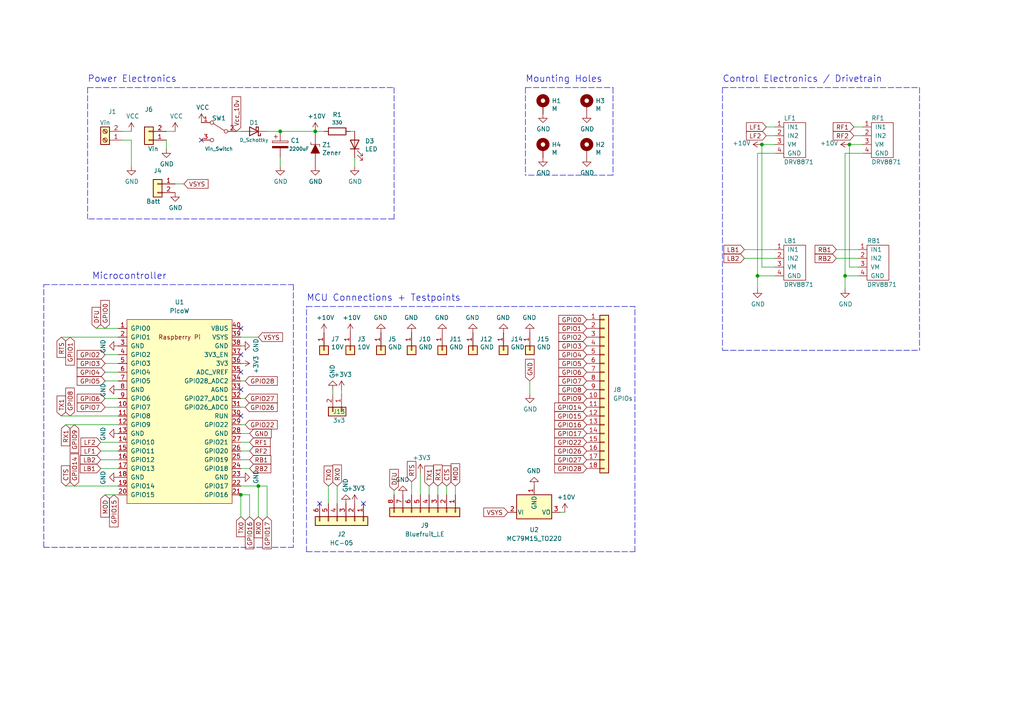
<source format=kicad_sch>
(kicad_sch (version 20211123) (generator eeschema)
  (paper "A4")
  (title_block (title "SDP23_Team5_Coaster") (date "2022-11-22") (rev "v1.0") (company "Qat") (comment 1 "Omar Areiqat") (comment 2 "Referenced from M5 Terrain Buggy"))
  (lib_symbols
    (symbol "Buggy_Components:Adafruit_DRV8871_Breakout" (pin_names (offset 1.016))
      (property "Reference" "A" (at -3.81 6.35 0))
      (property "Value" "Adafruit_DRV8871_Breakout" (at 0 -6.35 0))
      (symbol "Adafruit_DRV8871_Breakout_0_1"
        (rectangle (start -3.81 5.08) (end 2.54 -5.08))
      )
      (symbol "Adafruit_DRV8871_Breakout_1_1"
        (pin input line (at -6.35 3.81 0) (length 2.54) (name "IN1") (number "1"))
        (pin input line (at -6.35 1.27 0) (length 2.54) (name "IN2") (number "2"))
        (pin power_in line (at -6.35 -1.27 0) (length 2.54) (name "VM") (number "3"))
        (pin power_in line (at -6.35 -3.81 0) (length 2.54) (name "GND") (number "4"))
      )
    )
    (symbol "Connector:Screw_Terminal_01x02" (pin_names (offset 1.016) hide)
      (property "Reference" "J" (at 0 2.54 0))
      (property "Value" "Screw_Terminal_01x02" (at 0 -5.08 0))
      (symbol "Screw_Terminal_01x02_1_1"
        (rectangle (start -1.27 1.27) (end 1.27 -3.81) (stroke (width 0.254)) (fill (type background)))
        (circle (center 0 -2.54) (radius 0.635) (stroke (width 0.1524)))
        (polyline (pts (xy -0.5334 -2.2098) (xy 0.3302 -3.048)) (stroke (width 0.1524)))
        (polyline (pts (xy -0.5334 0.3302) (xy 0.3302 -0.508)) (stroke (width 0.1524)))
        (polyline (pts (xy -0.3556 -2.032) (xy 0.508 -2.8702)) (stroke (width 0.1524)))
        (polyline (pts (xy -0.3556 0.508) (xy 0.508 -0.3302)) (stroke (width 0.1524)))
        (circle (center 0 0) (radius 0.635) (stroke (width 0.1524)))
        (pin passive line (at -5.08 0 0) (length 3.81) (name "Pin_1") (number "1"))
        (pin passive line (at -5.08 -2.54 0) (length 3.81) (name "Pin_2") (number "2"))
      )
    )
    (symbol "Connector_Generic:Conn_01x01" (pin_names (offset 1.016) hide)
      (property "Reference" "J" (at 0 2.54 0))
      (property "Value" "Conn_01x01" (at 0 -2.54 0))
      (symbol "Conn_01x01_1_1"
        (rectangle (start -1.27 0.127) (end 0 -0.127) (stroke (width 0.1524)))
        (rectangle (start -1.27 1.27) (end 1.27 -1.27) (stroke (width 0.254)) (fill (type background)))
        (pin passive line (at -5.08 0 0) (length 3.81) (name "Pin_1") (number "1"))
      )
    )
    (symbol "Connector_Generic:Conn_01x02" (pin_names (offset 1.016) hide)
      (property "Reference" "J" (at 0 2.54 0))
      (property "Value" "Conn_01x02" (at 0 -5.08 0))
      (symbol "Conn_01x02_1_1"
        (rectangle (start -1.27 -2.413) (end 0 -2.667) (stroke (width 0.1524)))
        (rectangle (start -1.27 0.127) (end 0 -0.127) (stroke (width 0.1524)))
        (rectangle (start -1.27 1.27) (end 1.27 -3.81) (stroke (width 0.254)) (fill (type background)))
        (pin passive line (at -5.08 0 0) (length 3.81) (name "Pin_1") (number "1"))
        (pin passive line (at -5.08 -2.54 0) (length 3.81) (name "Pin_2") (number "2"))
      )
    )
    (symbol "Connector_Generic:Conn_01x06" (pin_names (offset 1.016) hide)
      (property "Reference" "J" (at 0 7.62 0))
      (property "Value" "Conn_01x06" (at 0 -10.16 0))
      (symbol "Conn_01x06_1_1"
        (rectangle (start -1.27 -7.493) (end 0 -7.747) (stroke (width 0.1524)))
        (rectangle (start -1.27 -4.953) (end 0 -5.207) (stroke (width 0.1524)))
        (rectangle (start -1.27 -2.413) (end 0 -2.667) (stroke (width 0.1524)))
        (rectangle (start -1.27 0.127) (end 0 -0.127) (stroke (width 0.1524)))
        (rectangle (start -1.27 2.667) (end 0 2.413) (stroke (width 0.1524)))
        (rectangle (start -1.27 5.207) (end 0 4.953) (stroke (width 0.1524)))
        (rectangle (start -1.27 6.35) (end 1.27 -8.89) (stroke (width 0.254)) (fill (type background)))
        (pin passive line (at -5.08 5.08 0) (length 3.81) (name "Pin_1") (number "1"))
        (pin passive line (at -5.08 2.54 0) (length 3.81) (name "Pin_2") (number "2"))
        (pin passive line (at -5.08 0 0) (length 3.81) (name "Pin_3") (number "3"))
        (pin passive line (at -5.08 -2.54 0) (length 3.81) (name "Pin_4") (number "4"))
        (pin passive line (at -5.08 -5.08 0) (length 3.81) (name "Pin_5") (number "5"))
        (pin passive line (at -5.08 -7.62 0) (length 3.81) (name "Pin_6") (number "6"))
      )
    )
    (symbol "Connector_Generic:Conn_01x08" (pin_names (offset 1.016) hide)
      (property "Reference" "J" (at 0 10.16 0))
      (property "Value" "Conn_01x08" (at 0 -12.7 0))
      (symbol "Conn_01x08_1_1"
        (rectangle (start -1.27 -10.033) (end 0 -10.287) (stroke (width 0.1524)))
        (rectangle (start -1.27 -7.493) (end 0 -7.747) (stroke (width 0.1524)))
        (rectangle (start -1.27 -4.953) (end 0 -5.207) (stroke (width 0.1524)))
        (rectangle (start -1.27 -2.413) (end 0 -2.667) (stroke (width 0.1524)))
        (rectangle (start -1.27 0.127) (end 0 -0.127) (stroke (width 0.1524)))
        (rectangle (start -1.27 2.667) (end 0 2.413) (stroke (width 0.1524)))
        (rectangle (start -1.27 5.207) (end 0 4.953) (stroke (width 0.1524)))
        (rectangle (start -1.27 7.747) (end 0 7.493) (stroke (width 0.1524)))
        (rectangle (start -1.27 8.89) (end 1.27 -11.43) (stroke (width 0.254)) (fill (type background)))
        (pin passive line (at -5.08 7.62 0) (length 3.81) (name "Pin_1") (number "1"))
        (pin passive line (at -5.08 5.08 0) (length 3.81) (name "Pin_2") (number "2"))
        (pin passive line (at -5.08 2.54 0) (length 3.81) (name "Pin_3") (number "3"))
        (pin passive line (at -5.08 0 0) (length 3.81) (name "Pin_4") (number "4"))
        (pin passive line (at -5.08 -2.54 0) (length 3.81) (name "Pin_5") (number "5"))
        (pin passive line (at -5.08 -5.08 0) (length 3.81) (name "Pin_6") (number "6"))
        (pin passive line (at -5.08 -7.62 0) (length 3.81) (name "Pin_7") (number "7"))
        (pin passive line (at -5.08 -10.16 0) (length 3.81) (name "Pin_8") (number "8"))
      )
    )
    (symbol "Connector_Generic:Conn_01x18" (pin_names (offset 1.016) hide)
      (property "Reference" "J" (at 0 22.86 0))
      (property "Value" "Conn_01x18" (at 0 -25.4 0))
      (symbol "Conn_01x18_1_1"
        (rectangle (start -1.27 -22.733) (end 0 -22.987) (stroke (width 0.1524)))
        (rectangle (start -1.27 -20.193) (end 0 -20.447) (stroke (width 0.1524)))
        (rectangle (start -1.27 -17.653) (end 0 -17.907) (stroke (width 0.1524)))
        (rectangle (start -1.27 -15.113) (end 0 -15.367) (stroke (width 0.1524)))
        (rectangle (start -1.27 -12.573) (end 0 -12.827) (stroke (width 0.1524)))
        (rectangle (start -1.27 -10.033) (end 0 -10.287) (stroke (width 0.1524)))
        (rectangle (start -1.27 -7.493) (end 0 -7.747) (stroke (width 0.1524)))
        (rectangle (start -1.27 -4.953) (end 0 -5.207) (stroke (width 0.1524)))
        (rectangle (start -1.27 -2.413) (end 0 -2.667) (stroke (width 0.1524)))
        (rectangle (start -1.27 0.127) (end 0 -0.127) (stroke (width 0.1524)))
        (rectangle (start -1.27 2.667) (end 0 2.413) (stroke (width 0.1524)))
        (rectangle (start -1.27 5.207) (end 0 4.953) (stroke (width 0.1524)))
        (rectangle (start -1.27 7.747) (end 0 7.493) (stroke (width 0.1524)))
        (rectangle (start -1.27 10.287) (end 0 10.033) (stroke (width 0.1524)))
        (rectangle (start -1.27 12.827) (end 0 12.573) (stroke (width 0.1524)))
        (rectangle (start -1.27 15.367) (end 0 15.113) (stroke (width 0.1524)))
        (rectangle (start -1.27 17.907) (end 0 17.653) (stroke (width 0.1524)))
        (rectangle (start -1.27 20.447) (end 0 20.193) (stroke (width 0.1524)))
        (rectangle (start -1.27 21.59) (end 1.27 -24.13) (stroke (width 0.254)) (fill (type background)))
        (pin passive line (at -5.08 20.32 0) (length 3.81) (name "Pin_1") (number "1"))
        (pin passive line (at -5.08 -2.54 0) (length 3.81) (name "Pin_10") (number "10"))
        (pin passive line (at -5.08 -5.08 0) (length 3.81) (name "Pin_11") (number "11"))
        (pin passive line (at -5.08 -7.62 0) (length 3.81) (name "Pin_12") (number "12"))
        (pin passive line (at -5.08 -10.16 0) (length 3.81) (name "Pin_13") (number "13"))
        (pin passive line (at -5.08 -12.7 0) (length 3.81) (name "Pin_14") (number "14"))
        (pin passive line (at -5.08 -15.24 0) (length 3.81) (name "Pin_15") (number "15"))
        (pin passive line (at -5.08 -17.78 0) (length 3.81) (name "Pin_16") (number "16"))
        (pin passive line (at -5.08 -20.32 0) (length 3.81) (name "Pin_17") (number "17"))
        (pin passive line (at -5.08 -22.86 0) (length 3.81) (name "Pin_18") (number "18"))
        (pin passive line (at -5.08 17.78 0) (length 3.81) (name "Pin_2") (number "2"))
        (pin passive line (at -5.08 15.24 0) (length 3.81) (name "Pin_3") (number "3"))
        (pin passive line (at -5.08 12.7 0) (length 3.81) (name "Pin_4") (number "4"))
        (pin passive line (at -5.08 10.16 0) (length 3.81) (name "Pin_5") (number "5"))
        (pin passive line (at -5.08 7.62 0) (length 3.81) (name "Pin_6") (number "6"))
        (pin passive line (at -5.08 5.08 0) (length 3.81) (name "Pin_7") (number "7"))
        (pin passive line (at -5.08 2.54 0) (length 3.81) (name "Pin_8") (number "8"))
        (pin passive line (at -5.08 0 0) (length 3.81) (name "Pin_9") (number "9"))
      )
    )
    (symbol "Device:D_Schottky" (pin_numbers hide) (pin_names (offset 1.016) hide)
      (property "Reference" "D" (at 0 2.54 0))
      (property "Value" "D_Schottky" (at 0 -2.54 0))
      (symbol "D_Schottky_0_1"
        (polyline (pts (xy 1.27 0) (xy -1.27 0)))
        (polyline (pts (xy 1.27 1.27) (xy 1.27 -1.27) (xy -1.27 0) (xy 1.27 1.27)) (stroke (width 0.254)))
        (polyline (pts (xy -1.905 0.635) (xy -1.905 1.27) (xy -1.27 1.27) (xy -1.27 -1.27) (xy -0.635 -1.27) (xy -0.635 -0.635)) (stroke (width 0.254)))
      )
      (symbol "D_Schottky_1_1"
        (pin passive line (at -3.81 0 0) (length 2.54) (name "K") (number "1"))
        (pin passive line (at 3.81 0 180) (length 2.54) (name "A") (number "2"))
      )
    )
    (symbol "Device:LED" (pin_numbers hide) (pin_names (offset 1.016) hide)
      (property "Reference" "D" (at 0 2.54 0))
      (property "Value" "LED" (at 0 -2.54 0))
      (symbol "LED_0_1"
        (polyline (pts (xy -1.27 -1.27) (xy -1.27 1.27)) (stroke (width 0.254)))
        (polyline (pts (xy -1.27 0) (xy 1.27 0)))
        (polyline (pts (xy 1.27 -1.27) (xy 1.27 1.27) (xy -1.27 0) (xy 1.27 -1.27)) (stroke (width 0.254)))
        (polyline (pts (xy -3.048 -0.762) (xy -4.572 -2.286) (xy -3.81 -2.286) (xy -4.572 -2.286) (xy -4.572 -1.524)))
        (polyline (pts (xy -1.778 -0.762) (xy -3.302 -2.286) (xy -2.54 -2.286) (xy -3.302 -2.286) (xy -3.302 -1.524)))
      )
      (symbol "LED_1_1"
        (pin passive line (at -3.81 0 0) (length 2.54) (name "K") (number "1"))
        (pin passive line (at 3.81 0 180) (length 2.54) (name "A") (number "2"))
      )
    )
    (symbol "Device:R" (pin_numbers hide) (pin_names (offset 0))
      (property "Reference" "R" (at 2.032 0 90))
      (property "Value" "R" (at 0 0 90))
      (symbol "R_0_1"
        (rectangle (start -1.016 -2.54) (end 1.016 2.54) (stroke (width 0.254)))
      )
      (symbol "R_1_1"
        (pin passive line (at 0 3.81 270) (length 1.27) (name "~") (number "1"))
        (pin passive line (at 0 -3.81 90) (length 1.27) (name "~") (number "2"))
      )
    )
    (symbol "M5_BuggyProject-rescue:+3.3V-power" (power) (pin_names (offset 0))
      (property "Value" "+3.3V-power" (at 0 3.556 0))
      (symbol "+3.3V-power_0_1"
        (polyline (pts (xy -0.762 1.27) (xy 0 2.54)))
        (polyline (pts (xy 0 0) (xy 0 2.54)))
        (polyline (pts (xy 0 2.54) (xy 0.762 1.27)))
      )
      (symbol "+3.3V-power_1_1"
        (pin power_in line (at 0 0 90) (length 0) hide (name "+3V3") (number "1"))
      )
    )
    (symbol "M5_BuggyProject-rescue:1N5231BTR-dk_Diodes-Zener-Single" (pin_numbers hide) (pin_names (offset 0) hide)
      (property "Reference" "Z" (at 0 2.54 0))
      (property "Value" "1N5231BTR-dk_Diodes-Zener-Single" (at 0 -2.54 0))
      (symbol "1N5231BTR-dk_Diodes-Zener-Single_0_1"
        (polyline (pts (xy 1.27 -1.27) (xy 0.635 -1.27)))
        (polyline (pts (xy 1.27 1.27) (xy 1.27 -1.27)))
        (polyline (pts (xy 1.27 1.27) (xy 1.905 1.27)))
        (polyline (pts (xy -1.27 1.27) (xy -1.27 -1.27) (xy 1.27 0) (xy -1.27 1.27)) (fill (type outline)))
      )
      (symbol "1N5231BTR-dk_Diodes-Zener-Single_1_1"
        (pin passive line (at -5.08 0 0) (length 3.81) (name "~") (number "A"))
        (pin passive line (at 5.08 0 180) (length 3.81) (name "~") (number "K"))
      )
    )
    (symbol "M5_BuggyProject-rescue:CP-Device" (pin_numbers hide) (pin_names (offset 0.254))
      (property "Reference" "C" (at 0.635 2.54 0))
      (property "Value" "CP-Device" (at 0.635 -2.54 0))
      (symbol "CP-Device_0_1"
        (rectangle (start -2.286 0.508) (end 2.286 1.016))
        (polyline (pts (xy -1.778 2.286) (xy -0.762 2.286)))
        (polyline (pts (xy -1.27 2.794) (xy -1.27 1.778)))
        (rectangle (start 2.286 -0.508) (end -2.286 -1.016) (fill (type outline)))
      )
      (symbol "CP-Device_1_1"
        (pin passive line (at 0 3.81 270) (length 2.794) (name "~") (number "1"))
        (pin passive line (at 0 -3.81 90) (length 2.794) (name "~") (number "2"))
      )
    )
    (symbol "Mechanical:MountingHole_Pad" (pin_numbers hide) (pin_names (offset 1.016) hide)
      (property "Reference" "H" (at 0 6.35 0))
      (property "Value" "MountingHole_Pad" (at 0 4.445 0))
      (symbol "MountingHole_Pad_0_1"
        (circle (center 0 1.27) (radius 1.27) (stroke (width 1.27)))
      )
      (symbol "MountingHole_Pad_1_1"
        (pin input line (at 0 -2.54 90) (length 2.54) (name "1") (number "1"))
      )
    )
    (symbol "RPi_Pico:PicoW" (pin_names (offset 1.016))
      (property "Reference" "U1" (at 0 31.75 0))
      (property "Value" "PicoW" (at 0 29.21 0))
      (symbol "PicoW_0_0"
        (text "Raspberry Pi" (at 0 21.59 0) (effects (font (size 1.27 1.27))))
      )
      (symbol "PicoW_0_1"
        (rectangle (start -15.24 26.67) (end 15.24 -26.67) (fill (type background)))
      )
      (symbol "PicoW_1_1"
        (pin bidirectional line (at -17.78 24.13 0) (length 2.54) (name "GPIO0") (number "1"))
        (pin bidirectional line (at -17.78 1.27 0) (length 2.54) (name "GPIO7") (number "10"))
        (pin bidirectional line (at -17.78 -1.27 0) (length 2.54) (name "GPIO8") (number "11"))
        (pin bidirectional line (at -17.78 -3.81 0) (length 2.54) (name "GPIO9") (number "12"))
        (pin power_in line (at -17.78 -6.35 0) (length 2.54) (name "GND") (number "13"))
        (pin bidirectional line (at -17.78 -8.89 0) (length 2.54) (name "GPIO10") (number "14"))
        (pin bidirectional line (at -17.78 -11.43 0) (length 2.54) (name "GPIO11") (number "15"))
        (pin bidirectional line (at -17.78 -13.97 0) (length 2.54) (name "GPIO12") (number "16"))
        (pin bidirectional line (at -17.78 -16.51 0) (length 2.54) (name "GPIO13") (number "17"))
        (pin power_in line (at -17.78 -19.05 0) (length 2.54) (name "GND") (number "18"))
        (pin bidirectional line (at -17.78 -21.59 0) (length 2.54) (name "GPIO14") (number "19"))
        (pin bidirectional line (at -17.78 21.59 0) (length 2.54) (name "GPIO1") (number "2"))
        (pin bidirectional line (at -17.78 -24.13 0) (length 2.54) (name "GPIO15") (number "20"))
        (pin bidirectional line (at 17.78 -24.13 180) (length 2.54) (name "GPIO16") (number "21"))
        (pin bidirectional line (at 17.78 -21.59 180) (length 2.54) (name "GPIO17") (number "22"))
        (pin power_in line (at 17.78 -19.05 180) (length 2.54) (name "GND") (number "23"))
        (pin bidirectional line (at 17.78 -16.51 180) (length 2.54) (name "GPIO18") (number "24"))
        (pin bidirectional line (at 17.78 -13.97 180) (length 2.54) (name "GPIO19") (number "25"))
        (pin bidirectional line (at 17.78 -11.43 180) (length 2.54) (name "GPIO20") (number "26"))
        (pin bidirectional line (at 17.78 -8.89 180) (length 2.54) (name "GPIO21") (number "27"))
        (pin power_in line (at 17.78 -6.35 180) (length 2.54) (name "GND") (number "28"))
        (pin bidirectional line (at 17.78 -3.81 180) (length 2.54) (name "GPIO22") (number "29"))
        (pin power_in line (at -17.78 19.05 0) (length 2.54) (name "GND") (number "3"))
        (pin input line (at 17.78 -1.27 180) (length 2.54) (name "RUN") (number "30"))
        (pin bidirectional line (at 17.78 1.27 180) (length 2.54) (name "GPIO26_ADC0") (number "31"))
        (pin bidirectional line (at 17.78 3.81 180) (length 2.54) (name "GPIO27_ADC1") (number "32"))
        (pin power_in line (at 17.78 6.35 180) (length 2.54) (name "AGND") (number "33"))
        (pin bidirectional line (at 17.78 8.89 180) (length 2.54) (name "GPIO28_ADC2") (number "34"))
        (pin unspecified line (at 17.78 11.43 180) (length 2.54) (name "ADC_VREF") (number "35"))
        (pin unspecified line (at 17.78 13.97 180) (length 2.54) (name "3V3") (number "36"))
        (pin input line (at 17.78 16.51 180) (length 2.54) (name "3V3_EN") (number "37"))
        (pin bidirectional line (at 17.78 19.05 180) (length 2.54) (name "GND") (number "38"))
        (pin unspecified line (at 17.78 21.59 180) (length 2.54) (name "VSYS") (number "39"))
        (pin bidirectional line (at -17.78 16.51 0) (length 2.54) (name "GPIO2") (number "4"))
        (pin unspecified line (at 17.78 24.13 180) (length 2.54) (name "VBUS") (number "40"))
        (pin bidirectional line (at -17.78 13.97 0) (length 2.54) (name "GPIO3") (number "5"))
        (pin bidirectional line (at -17.78 11.43 0) (length 2.54) (name "GPIO4") (number "6"))
        (pin bidirectional line (at -17.78 8.89 0) (length 2.54) (name "GPIO5") (number "7"))
        (pin power_in line (at -17.78 6.35 0) (length 2.54) (name "GND") (number "8"))
        (pin bidirectional line (at -17.78 3.81 0) (length 2.54) (name "GPIO6") (number "9"))
      )
    )
    (symbol "Regulator_Linear:MC79M15_TO220" (pin_names (offset 0.254))
      (property "Reference" "U" (at -3.81 -3.175 0))
      (property "Value" "MC79M15_TO220" (at 0 -3.175 0))
      (symbol "MC79M15_TO220_0_1"
        (rectangle (start -5.08 5.08) (end 5.08 -1.905) (stroke (width 0.254)) (fill (type background)))
      )
      (symbol "MC79M15_TO220_1_1"
        (pin power_in line (at 0 7.62 270) (length 2.54) (name "GND") (number "1"))
        (pin power_in line (at -7.62 0 0) (length 2.54) (name "VI") (number "2"))
        (pin power_out line (at 7.62 0 180) (length 2.54) (name "VO") (number "3"))
      )
    )
    (symbol "Switch:SW_SPDT" (pin_names (offset 0) hide)
      (property "Reference" "SW" (at 0 4.318 0))
      (property "Value" "SW_SPDT" (at 0 -5.08 0))
      (symbol "SW_SPDT_0_0"
        (circle (center -2.032 0) (radius 0.508))
        (circle (center 2.032 -2.54) (radius 0.508))
      )
      (symbol "SW_SPDT_0_1"
        (polyline (pts (xy -1.524 0.254) (xy 1.651 2.286)))
        (circle (center 2.032 2.54) (radius 0.508))
      )
      (symbol "SW_SPDT_1_1"
        (pin passive line (at 5.08 2.54 180) (length 2.54) (name "A") (number "1"))
        (pin passive line (at -5.08 0 0) (length 2.54) (name "B") (number "2"))
        (pin passive line (at 5.08 -2.54 180) (length 2.54) (name "C") (number "3"))
      )
    )
    (symbol "power:+10V" (power) (pin_names (offset 0))
      (property "Value" "+10V" (at 0 3.556 0))
      (symbol "+10V_0_1"
        (polyline (pts (xy -0.762 1.27) (xy 0 2.54)))
        (polyline (pts (xy 0 0) (xy 0 2.54)))
        (polyline (pts (xy 0 2.54) (xy 0.762 1.27)))
      )
      (symbol "+10V_1_1"
        (pin power_in line (at 0 0 90) (length 0) hide (name "+10V") (number "1"))
      )
    )
    (symbol "power:GND" (power) (pin_names (offset 0))
      (property "Value" "GND" (at 0 -3.81 0))
      (symbol "GND_0_1"
        (polyline (pts (xy 0 0) (xy 0 -1.27) (xy 1.27 -1.27) (xy 0 -2.54) (xy -1.27 -1.27) (xy 0 -1.27)))
      )
      (symbol "GND_1_1"
        (pin power_in line (at 0 0 270) (length 0) hide (name "GND") (number "1"))
      )
    )
    (symbol "power:VCC" (power) (pin_names (offset 0))
      (property "Value" "VCC" (at 0 3.81 0))
      (symbol "VCC_0_1"
        (polyline (pts (xy -0.762 1.27) (xy 0 2.54)))
        (polyline (pts (xy 0 0) (xy 0 2.54)))
        (polyline (pts (xy 0 2.54) (xy 0.762 1.27)))
      )
      (symbol "VCC_1_1"
        (pin power_in line (at 0 0 90) (length 0) hide (name "VCC") (number "1"))
      )
    )
  )
  (junction (at 220.98 41.91))
  (junction (at 74.93 140.97))
  (junction (at 219.71 80.01))
  (junction (at 91.44 38.1))
  (junction (at 81.28 38.1))
  (junction (at 246.38 41.91))
  (junction (at 245.11 80.01))
  (junction (at 69.85 143.51))
  (no_connect (at 69.85 113.03))
  (no_connect (at 105.41 146.05))
  (no_connect (at 58.42 40.64))
  (no_connect (at 92.71 146.05))
  (no_connect (at 69.85 107.95))
  (no_connect (at 69.85 95.25))
  (no_connect (at 69.85 120.65))
  (no_connect (at 69.85 102.87))
  (wire (pts (xy 69.85 97.79) (xy 74.93 97.79)))
  (wire (pts (xy 119.38 139.7) (xy 119.38 143.51)))
  (wire (pts (xy 153.67 110.49) (xy 153.67 114.3)))
  (wire (pts (xy 29.21 135.89) (xy 34.29 135.89)))
  (wire (pts (xy 246.38 41.91) (xy 246.38 77.47)))
  (polyline (pts (xy 25.4 25.4) (xy 25.4 63.5)))
  (wire (pts (xy 74.93 140.97) (xy 69.85 140.97)))
  (wire (pts (xy 29.21 128.27) (xy 34.29 128.27)))
  (polyline (pts (xy 177.8 25.4) (xy 177.8 50.8)))
  (wire (pts (xy 224.79 36.83) (xy 222.25 36.83)))
  (wire (pts (xy 27.94 95.25) (xy 34.29 95.25)))
  (wire (pts (xy 72.39 130.81) (xy 69.85 130.81)))
  (wire (pts (xy 250.19 41.91) (xy 246.38 41.91)))
  (wire (pts (xy 69.85 143.51) (xy 69.85 149.86)))
  (wire (pts (xy 35.56 38.1) (xy 38.1 38.1)))
  (wire (pts (xy 245.11 44.45) (xy 245.11 80.01)))
  (wire (pts (xy 30.48 102.87) (xy 34.29 102.87)))
  (wire (pts (xy 250.19 36.83) (xy 247.65 36.83)))
  (wire (pts (xy 48.26 43.18) (xy 48.26 40.64)))
  (wire (pts (xy 72.39 143.51) (xy 69.85 143.51)))
  (wire (pts (xy 242.57 72.39) (xy 248.92 72.39)))
  (polyline (pts (xy 209.55 25.4) (xy 266.7 25.4)))
  (wire (pts (xy 97.79 140.97) (xy 97.79 146.05)))
  (polyline (pts (xy 114.3 63.5) (xy 25.4 63.5)))
  (wire (pts (xy 102.87 45.72) (xy 102.87 48.26)))
  (wire (pts (xy 215.9 72.39) (xy 224.79 72.39)))
  (wire (pts (xy 215.9 74.93) (xy 224.79 74.93)))
  (wire (pts (xy 72.39 125.73) (xy 69.85 125.73)))
  (polyline (pts (xy 177.8 50.8) (xy 152.4 50.8)))
  (polyline (pts (xy 152.4 25.4) (xy 152.4 50.8)))
  (wire (pts (xy 163.83 148.59) (xy 162.56 148.59)))
  (wire (pts (xy 121.92 137.16) (xy 121.92 143.51)))
  (wire (pts (xy 71.12 115.57) (xy 69.85 115.57)))
  (wire (pts (xy 50.8 53.34) (xy 53.34 53.34)))
  (wire (pts (xy 72.39 149.86) (xy 72.39 143.51)))
  (wire (pts (xy 77.47 149.86) (xy 77.47 140.97)))
  (wire (pts (xy 81.28 38.1) (xy 91.44 38.1)))
  (wire (pts (xy 69.85 38.1) (xy 68.58 38.1)))
  (polyline (pts (xy 114.3 25.4) (xy 114.3 63.5)))
  (wire (pts (xy 35.56 40.64) (xy 38.1 40.64)))
  (wire (pts (xy 72.39 128.27) (xy 69.85 128.27)))
  (wire (pts (xy 71.12 110.49) (xy 69.85 110.49)))
  (wire (pts (xy 219.71 80.01) (xy 224.79 80.01)))
  (wire (pts (xy 224.79 41.91) (xy 220.98 41.91)))
  (wire (pts (xy 30.48 143.51) (xy 34.29 143.51)))
  (wire (pts (xy 96.52 113.03) (xy 96.52 114.3)))
  (wire (pts (xy 29.21 133.35) (xy 34.29 133.35)))
  (wire (pts (xy 77.47 140.97) (xy 74.93 140.97)))
  (wire (pts (xy 30.48 107.95) (xy 34.29 107.95)))
  (wire (pts (xy 17.78 97.79) (xy 34.29 97.79)))
  (wire (pts (xy 71.12 118.11) (xy 69.85 118.11)))
  (wire (pts (xy 30.48 115.57) (xy 34.29 115.57)))
  (wire (pts (xy 246.38 77.47) (xy 248.92 77.47)))
  (polyline (pts (xy 12.7 158.75) (xy 12.7 82.55)))
  (wire (pts (xy 74.93 149.86) (xy 74.93 140.97)))
  (wire (pts (xy 220.98 77.47) (xy 224.79 77.47)))
  (wire (pts (xy 29.21 130.81) (xy 34.29 130.81)))
  (wire (pts (xy 38.1 40.64) (xy 38.1 48.26)))
  (wire (pts (xy 250.19 44.45) (xy 245.11 44.45)))
  (polyline (pts (xy 209.55 25.4) (xy 209.55 101.6)))
  (polyline (pts (xy 12.7 82.55) (xy 85.09 82.55)))
  (wire (pts (xy 114.3 142.24) (xy 114.3 143.51)))
  (wire (pts (xy 95.25 140.97) (xy 95.25 146.05)))
  (polyline (pts (xy 88.9 88.9) (xy 184.15 88.9)))
  (wire (pts (xy 72.39 135.89) (xy 69.85 135.89)))
  (wire (pts (xy 224.79 39.37) (xy 222.25 39.37)))
  (wire (pts (xy 77.47 38.1) (xy 81.28 38.1)))
  (wire (pts (xy 219.71 80.01) (xy 219.71 83.82)))
  (wire (pts (xy 132.08 140.97) (xy 132.08 143.51)))
  (wire (pts (xy 91.44 38.1) (xy 93.98 38.1)))
  (wire (pts (xy 19.05 123.19) (xy 34.29 123.19)))
  (wire (pts (xy 224.79 44.45) (xy 219.71 44.45)))
  (wire (pts (xy 17.78 120.65) (xy 34.29 120.65)))
  (wire (pts (xy 71.12 123.19) (xy 69.85 123.19)))
  (polyline (pts (xy 88.9 160.02) (xy 184.15 160.02)))
  (wire (pts (xy 245.11 80.01) (xy 248.92 80.01)))
  (wire (pts (xy 19.05 140.97) (xy 34.29 140.97)))
  (polyline (pts (xy 266.7 25.4) (xy 266.7 101.6)))
  (wire (pts (xy 129.54 140.97) (xy 129.54 143.51)))
  (wire (pts (xy 127 140.97) (xy 127 143.51)))
  (wire (pts (xy 219.71 44.45) (xy 219.71 80.01)))
  (wire (pts (xy 250.19 39.37) (xy 247.65 39.37)))
  (polyline (pts (xy 12.7 158.75) (xy 85.09 158.75)))
  (wire (pts (xy 30.48 118.11) (xy 34.29 118.11)))
  (wire (pts (xy 30.48 105.41) (xy 34.29 105.41)))
  (wire (pts (xy 245.11 80.01) (xy 245.11 83.82)))
  (polyline (pts (xy 25.4 25.4) (xy 114.3 25.4)))
  (polyline (pts (xy 85.09 82.55) (xy 85.09 158.75)))
  (wire (pts (xy 72.39 133.35) (xy 69.85 133.35)))
  (wire (pts (xy 124.46 140.97) (xy 124.46 143.51)))
  (wire (pts (xy 102.87 38.1) (xy 101.6 38.1)))
  (polyline (pts (xy 209.55 101.6) (xy 266.7 101.6)))
  (wire (pts (xy 242.57 74.93) (xy 248.92 74.93)))
  (wire (pts (xy 220.98 41.91) (xy 220.98 77.47)))
  (wire (pts (xy 99.06 113.03) (xy 99.06 114.3)))
  (wire (pts (xy 30.48 110.49) (xy 34.29 110.49)))
  (wire (pts (xy 81.28 45.72) (xy 81.28 48.26)))
  (polyline (pts (xy 184.15 160.02) (xy 184.15 88.9)))
  (polyline (pts (xy 88.9 160.02) (xy 88.9 88.9)))
  (wire (pts (xy 50.8 38.1) (xy 48.26 38.1)))
  (polyline (pts (xy 152.4 25.4) (xy 177.8 25.4)))
  (text "MCU Connections + Testpoints" (at 88.9 87.63 0) (effects (font (size 1.905 1.905)) (justify left bottom)))
  (text "Control Electronics / Drivetrain" (at 209.55 24.13 0) (effects (font (size 1.905 1.905)) (justify left bottom)))
  (text "Power Electronics\n" (at 25.4 24.13 0) (effects (font (size 1.905 1.905)) (justify left bottom)))
  (text "Mounting Holes" (at 152.4 24.13 0) (effects (font (size 1.905 1.905)) (justify left bottom)))
  (text "Microcontroller" (at 26.67 81.28 0) (effects (font (size 1.905 1.905)) (justify left bottom)))
  (global_label "GPIO26" (shape input) (at 71.12 118.11 0) (property "Intersheet References" "${INTERSHEET_REFS}" (effects hide)))
  (global_label "CTS" (shape input) (at 129.54 140.97 90) (property "Intersheet References" "${INTERSHEET_REFS}" (effects hide)))
  (global_label "GPIO28" (shape input) (at 170.18 135.89 180) (property "Intersheet References" "${INTERSHEET_REFS}" (effects hide)))
  (global_label "GPIO3" (shape input) (at 170.18 100.33 180) (property "Intersheet References" "${INTERSHEET_REFS}" (effects hide)))
  (global_label "GPIO1" (shape input) (at 20.32 97.79 270) (property "Intersheet References" "${INTERSHEET_REFS}" (effects hide)))
  (global_label "GPIO28" (shape input) (at 71.12 110.49 0) (property "Intersheet References" "${INTERSHEET_REFS}" (effects hide)))
  (global_label "LF2" (shape input) (at 222.25 39.37 180) (property "Intersheet References" "${INTERSHEET_REFS}" (effects hide)))
  (global_label "GPIO14" (shape input) (at 170.18 118.11 180) (property "Intersheet References" "${INTERSHEET_REFS}" (effects hide)))
  (global_label "RF2" (shape input) (at 72.39 130.81 0) (property "Intersheet References" "${INTERSHEET_REFS}" (effects hide)))
  (global_label "GPIO5" (shape input) (at 30.48 110.49 180) (property "Intersheet References" "${INTERSHEET_REFS}" (effects hide)))
  (global_label "RB1" (shape input) (at 72.39 133.35 0) (property "Intersheet References" "${INTERSHEET_REFS}" (effects hide)))
  (global_label "TX0" (shape input) (at 95.25 140.97 90) (property "Intersheet References" "${INTERSHEET_REFS}" (effects hide)))
  (global_label "VSYS" (shape input) (at 74.93 97.79 0) (property "Intersheet References" "${INTERSHEET_REFS}" (effects hide)))
  (global_label "RB2" (shape input) (at 242.57 74.93 180) (property "Intersheet References" "${INTERSHEET_REFS}" (effects hide)))
  (global_label "MOD" (shape input) (at 30.48 143.51 270) (property "Intersheet References" "${INTERSHEET_REFS}" (effects hide)))
  (global_label "RX1" (shape input) (at 127 140.97 90) (property "Intersheet References" "${INTERSHEET_REFS}" (effects hide)))
  (global_label "DFU" (shape input) (at 114.3 142.24 90) (property "Intersheet References" "${INTERSHEET_REFS}" (effects hide)))
  (global_label "GND" (shape input) (at 153.67 110.49 90) (property "Intersheet References" "${INTERSHEET_REFS}" (effects hide)))
  (global_label "GPIO9" (shape input) (at 21.59 123.19 270) (property "Intersheet References" "${INTERSHEET_REFS}" (effects hide)))
  (global_label "LF1" (shape input) (at 222.25 36.83 180) (property "Intersheet References" "${INTERSHEET_REFS}" (effects hide)))
  (global_label "DFU" (shape input) (at 27.94 95.25 90) (property "Intersheet References" "${INTERSHEET_REFS}" (effects hide)))
  (global_label "GPIO1" (shape input) (at 170.18 95.25 180) (property "Intersheet References" "${INTERSHEET_REFS}" (effects hide)))
  (global_label "GPIO8" (shape input) (at 170.18 113.03 180) (property "Intersheet References" "${INTERSHEET_REFS}" (effects hide)))
  (global_label "GPIO0" (shape input) (at 170.18 92.71 180) (property "Intersheet References" "${INTERSHEET_REFS}" (effects hide)))
  (global_label "GPIO4" (shape input) (at 30.48 107.95 180) (property "Intersheet References" "${INTERSHEET_REFS}" (effects hide)))
  (global_label "TX0" (shape input) (at 69.85 149.86 270) (property "Intersheet References" "${INTERSHEET_REFS}" (effects hide)))
  (global_label "RF2" (shape input) (at 247.65 39.37 180) (property "Intersheet References" "${INTERSHEET_REFS}" (effects hide)))
  (global_label "LB1" (shape input) (at 29.21 135.89 180) (property "Intersheet References" "${INTERSHEET_REFS}" (effects hide)))
  (global_label "RB1" (shape input) (at 242.57 72.39 180) (property "Intersheet References" "${INTERSHEET_REFS}" (effects hide)))
  (global_label "GPIO27" (shape input) (at 71.12 115.57 0) (property "Intersheet References" "${INTERSHEET_REFS}" (effects hide)))
  (global_label "GPIO2" (shape input) (at 30.48 102.87 180) (property "Intersheet References" "${INTERSHEET_REFS}" (effects hide)))
  (global_label "GPIO3" (shape input) (at 30.48 105.41 180) (property "Intersheet References" "${INTERSHEET_REFS}" (effects hide)))
  (global_label "GPIO14" (shape input) (at 21.59 140.97 90) (property "Intersheet References" "${INTERSHEET_REFS}" (effects hide)))
  (global_label "LB1" (shape input) (at 215.9 72.39 180) (property "Intersheet References" "${INTERSHEET_REFS}" (effects hide)))
  (global_label "RTS" (shape input) (at 119.38 139.7 90) (property "Intersheet References" "${INTERSHEET_REFS}" (effects hide)))
  (global_label "GPIO17" (shape input) (at 170.18 125.73 180) (property "Intersheet References" "${INTERSHEET_REFS}" (effects hide)))
  (global_label "LB2" (shape input) (at 215.9 74.93 180) (property "Intersheet References" "${INTERSHEET_REFS}" (effects hide)))
  (global_label "GPIO9" (shape input) (at 170.18 115.57 180) (property "Intersheet References" "${INTERSHEET_REFS}" (effects hide)))
  (global_label "GPIO0" (shape input) (at 30.48 95.25 90) (property "Intersheet References" "${INTERSHEET_REFS}" (effects hide)))
  (global_label "RX0" (shape input) (at 74.93 149.86 270) (property "Intersheet References" "${INTERSHEET_REFS}" (effects hide)))
  (global_label "GPIO4" (shape input) (at 170.18 102.87 180) (property "Intersheet References" "${INTERSHEET_REFS}" (effects hide)))
  (global_label "RX1" (shape input) (at 19.05 123.19 270) (property "Intersheet References" "${INTERSHEET_REFS}" (effects hide)))
  (global_label "RB2" (shape input) (at 72.39 135.89 0) (property "Intersheet References" "${INTERSHEET_REFS}" (effects hide)))
  (global_label "GPIO17" (shape input) (at 77.47 149.86 270) (property "Intersheet References" "${INTERSHEET_REFS}" (effects hide)))
  (global_label "RX0" (shape input) (at 97.79 140.97 90) (property "Intersheet References" "${INTERSHEET_REFS}" (effects hide)))
  (global_label "GPIO27" (shape input) (at 170.18 133.35 180) (property "Intersheet References" "${INTERSHEET_REFS}" (effects hide)))
  (global_label "GPIO22" (shape input) (at 71.12 123.19 0) (property "Intersheet References" "${INTERSHEET_REFS}" (effects hide)))
  (global_label "GPIO2" (shape input) (at 170.18 97.79 180) (property "Intersheet References" "${INTERSHEET_REFS}" (effects hide)))
  (global_label "LF1" (shape input) (at 29.21 130.81 180) (property "Intersheet References" "${INTERSHEET_REFS}" (effects hide)))
  (global_label "GPIO15" (shape input) (at 170.18 120.65 180) (property "Intersheet References" "${INTERSHEET_REFS}" (effects hide)))
  (global_label "RF1" (shape input) (at 72.39 128.27 0) (property "Intersheet References" "${INTERSHEET_REFS}" (effects hide)))
  (global_label "MOD" (shape input) (at 132.08 140.97 90) (property "Intersheet References" "${INTERSHEET_REFS}" (effects hide)))
  (global_label "VSYS" (shape input) (at 147.32 148.59 180) (property "Intersheet References" "${INTERSHEET_REFS}" (effects hide)))
  (global_label "GPIO22" (shape input) (at 170.18 128.27 180) (property "Intersheet References" "${INTERSHEET_REFS}" (effects hide)))
  (global_label "LF2" (shape input) (at 29.21 128.27 180) (property "Intersheet References" "${INTERSHEET_REFS}" (effects hide)))
  (global_label "GPIO6" (shape input) (at 30.48 115.57 180) (property "Intersheet References" "${INTERSHEET_REFS}" (effects hide)))
  (global_label "GND" (shape input) (at 72.39 125.73 0) (property "Intersheet References" "${INTERSHEET_REFS}" (effects hide)))
  (global_label "GPIO16" (shape input) (at 72.39 149.86 270) (property "Intersheet References" "${INTERSHEET_REFS}" (effects hide)))
  (global_label "GPIO8" (shape input) (at 20.32 120.65 90) (property "Intersheet References" "${INTERSHEET_REFS}" (effects hide)))
  (global_label "GPIO7" (shape input) (at 30.48 118.11 180) (property "Intersheet References" "${INTERSHEET_REFS}" (effects hide)))
  (global_label "GPIO16" (shape input) (at 170.18 123.19 180) (property "Intersheet References" "${INTERSHEET_REFS}" (effects hide)))
  (global_label "GPIO7" (shape input) (at 170.18 110.49 180) (property "Intersheet References" "${INTERSHEET_REFS}" (effects hide)))
  (global_label "TX1" (shape input) (at 124.46 140.97 90) (property "Intersheet References" "${INTERSHEET_REFS}" (effects hide)))
  (global_label "RTS" (shape input) (at 17.78 97.79 270) (property "Intersheet References" "${INTERSHEET_REFS}" (effects hide)))
  (global_label "Vcc_10v" (shape input) (at 68.58 38.1 90) (property "Intersheet References" "${INTERSHEET_REFS}" (effects hide)))
  (global_label "GPIO6" (shape input) (at 170.18 107.95 180) (property "Intersheet References" "${INTERSHEET_REFS}" (effects hide)))
  (global_label "CTS" (shape input) (at 19.05 140.97 90) (property "Intersheet References" "${INTERSHEET_REFS}" (effects hide)))
  (global_label "GPIO26" (shape input) (at 170.18 130.81 180) (property "Intersheet References" "${INTERSHEET_REFS}" (effects hide)))
  (global_label "GPIO15" (shape input) (at 33.02 143.51 270) (property "Intersheet References" "${INTERSHEET_REFS}" (effects hide)))
  (global_label "GPIO5" (shape input) (at 170.18 105.41 180) (property "Intersheet References" "${INTERSHEET_REFS}" (effects hide)))
  (global_label "VSYS" (shape input) (at 53.34 53.34 0) (property "Intersheet References" "${INTERSHEET_REFS}" (effects hide)))
  (global_label "TX1" (shape input) (at 17.78 120.65 90) (property "Intersheet References" "${INTERSHEET_REFS}" (effects hide)))
  (global_label "RF1" (shape input) (at 247.65 36.83 180) (property "Intersheet References" "${INTERSHEET_REFS}" (effects hide)))
  (global_label "LB2" (shape input) (at 29.21 133.35 180) (property "Intersheet References" "${INTERSHEET_REFS}" (effects hide)))
  (symbol (lib_id "Buggy_Components:Adafruit_DRV8871_Breakout") (at 231.14 40.64 0) (unit 1)
    (property "Reference" "LF1" (at 227.33 34.29 0) (effects (justify left)))
    (property "Value" "DRV8871" (at 227.33 46.99 0) (effects (justify left)))
    (property "Footprint" "Connector_PinSocket_2.54mm:PinSocket_1x04_P2.54mm_Vertical" (effects hide))
  )
  (symbol (lib_id "Buggy_Components:Adafruit_DRV8871_Breakout") (at 255.27 76.2 0) (unit 1)
    (property "Reference" "RB1" (at 251.46 69.85 0) (effects (justify left)))
    (property "Value" "DRV8871" (at 251.46 82.55 0) (effects (justify left)))
    (property "Footprint" "Connector_PinSocket_2.54mm:PinSocket_1x04_P2.54mm_Vertical" (effects hide))
  )
  (symbol (lib_id "Buggy_Components:Adafruit_DRV8871_Breakout") (at 231.14 76.2 0) (unit 1)
    (property "Reference" "LB1" (at 227.33 69.85 0) (effects (justify left)))
    (property "Value" "DRV8871" (at 227.33 82.55 0) (effects (justify left)))
    (property "Footprint" "Connector_PinSocket_2.54mm:PinSocket_1x04_P2.54mm_Vertical" (effects hide))
  )
  (symbol (lib_id "power:GND") (at 219.71 83.82 0) (unit 1)
    (property "Reference" "#PWR03" (effects hide))
    (property "Value" "GND" (at 219.837 88.2142 0))
  )
  (symbol (lib_id "power:GND") (at 245.11 83.82 0) (unit 1)
    (property "Reference" "#PWR05" (effects hide))
    (property "Value" "GND" (at 245.237 88.2142 0))
  )
  (symbol (lib_id "power:GND") (at 38.1 48.26 0) (unit 1)
    (property "Reference" "#PWR02" (effects hide))
    (property "Value" "GND" (at 38.227 52.6542 0))
  )
  (symbol (lib_id "Buggy_Components:Adafruit_DRV8871_Breakout") (at 256.54 40.64 0) (unit 1)
    (property "Reference" "RF1" (at 252.73 34.29 0) (effects (justify left)))
    (property "Value" "DRV8871" (at 252.73 46.99 0) (effects (justify left)))
    (property "Footprint" "Connector_PinSocket_2.54mm:PinSocket_1x04_P2.54mm_Vertical" (effects hide))
  )
  (symbol (lib_id "M5_BuggyProject-rescue:CP-Device") (at 81.28 41.91 0) (unit 1)
    (property "Reference" "C1" (at 84.2772 40.7416 0) (effects (justify left)))
    (property "Value" "2200uF" (at 83.82 43.18 0) (effects (font (size 1.016 1.016)) (justify left)))
    (property "Footprint" "Capacitor_THT:CP_Radial_D10.0mm_P5.00mm" (effects hide))
  )
  (symbol (lib_id "power:GND") (at 91.44 48.26 0) (unit 1)
    (property "Reference" "#PWR06" (effects hide))
    (property "Value" "GND" (at 91.567 52.6542 0))
  )
  (symbol (lib_id "Device:R") (at 97.79 38.1 270) (unit 1)
    (property "Reference" "R1" (at 97.79 33.2486 90))
    (property "Value" "330" (at 97.79 35.56 90) (effects (font (size 1.016 1.016))))
    (property "Footprint" "Resistor_THT:R_Axial_DIN0204_L3.6mm_D1.6mm_P7.62mm_Horizontal" (effects hide))
  )
  (symbol (lib_id "Device:LED") (at 102.87 41.91 90) (unit 1)
    (property "Reference" "D3" (at 105.8672 40.9194 90) (effects (justify right)))
    (property "Value" "LED" (at 105.8672 43.2308 90) (effects (justify right)))
    (property "Footprint" "LED_THT:LED_D3.0mm" (effects hide))
  )
  (symbol (lib_id "Connector:Screw_Terminal_01x02") (at 30.48 40.64 180) (unit 1)
    (property "Reference" "J1" (at 32.5628 32.385 0))
    (property "Value" "Vin" (at 30.48 35.56 0))
    (property "Footprint" "Connector_AMASS:AMASS_XT60-M_1x02_P7.20mm_Vertical" (effects hide))
  )
  (symbol (lib_id "Device:D_Schottky") (at 73.66 38.1 180) (unit 1)
    (property "Reference" "D1" (at 73.66 35.56 0))
    (property "Value" "D_Schottky" (at 73.66 40.64 0) (effects (font (size 1.016 1.016))))
    (property "Footprint" "Package_TO_SOT_THT:TO-220-2_Vertical" (effects hide))
  )
  (symbol (lib_id "M5_BuggyProject-rescue:1N5231BTR-dk_Diodes-Zener-Single") (at 91.44 43.18 90) (unit 1)
    (property "Reference" "Z1" (at 93.4212 42.0116 90) (effects (justify right)))
    (property "Value" "Zener" (at 93.4212 44.323 90) (effects (justify right)))
    (property "Footprint" "digikey-footprints:DO-214AC" (effects hide))
    (property "Datasheet" "https://www.onsemi.com/pub/Collateral/1N5221B-D.PDF" (effects hide))
    (property "Digi-Key_PN" "1N5231BFSCT-ND" (effects hide))
    (property "MPN" "1N5231BTR" (effects hide))
    (property "Category" "Discrete Semiconductor Products" (effects hide))
    (property "Family" "Diodes - Zener - Single" (effects hide))
    (property "DK_Datasheet_Link" "https://www.onsemi.com/pub/Collateral/1N5221B-D.PDF" (effects hide))
    (property "DK_Detail_Page" "/product-detail/en/on-semiconductor/1N5231BTR/1N5231BFSCT-ND/1532765" (effects hide))
    (property "Description" "DIODE ZENER 5.1V 500MW DO35" (effects hide))
    (property "Manufacturer" "ON Semiconductor" (effects hide))
    (property "Status" "Active" (effects hide))
  )
  (symbol (lib_id "power:VCC") (at 38.1 38.1 0) (unit 1)
    (property "Reference" "#PWR01" (effects hide))
    (property "Value" "VCC" (at 38.481 33.7058 0))
  )
  (symbol (lib_id "power:GND") (at 81.28 48.26 0) (unit 1)
    (property "Reference" "#PWR04" (effects hide))
    (property "Value" "GND" (at 81.407 52.6542 0))
  )
  (symbol (lib_id "power:GND") (at 102.87 48.26 0) (unit 1)
    (property "Reference" "#PWR07" (effects hide))
    (property "Value" "GND" (at 102.997 52.6542 0))
  )
  (symbol (lib_id "Mechanical:MountingHole_Pad") (at 157.48 30.48 0) (unit 1)
    (property "Reference" "H1" (at 160.02 29.2354 0) (effects (justify left)))
    (property "Value" "M" (at 160.02 31.5468 0) (effects (justify left)))
    (property "Footprint" "MountingHole:MountingHole_4.3mm_M4_Pad_Via" (effects hide))
  )
  (symbol (lib_id "Mechanical:MountingHole_Pad") (at 170.18 30.48 0) (unit 1)
    (property "Reference" "H3" (at 172.72 29.2354 0) (effects (justify left)))
    (property "Value" "M" (at 172.72 31.5468 0) (effects (justify left)))
    (property "Footprint" "MountingHole:MountingHole_4.3mm_M4_Pad_Via" (effects hide))
  )
  (symbol (lib_id "Mechanical:MountingHole_Pad") (at 170.18 43.18 0) (unit 1)
    (property "Reference" "H2" (at 172.72 41.9354 0) (effects (justify left)))
    (property "Value" "M" (at 172.72 44.2468 0) (effects (justify left)))
    (property "Footprint" "MountingHole:MountingHole_4.3mm_M4_Pad_Via" (effects hide))
  )
  (symbol (lib_id "power:+10V") (at 91.44 38.1 0) (unit 1)
    (property "Reference" "#PWR08" (effects hide))
    (property "Value" "+10V" (at 91.821 33.7058 0))
  )
  (symbol (lib_id "power:+10V") (at 220.98 41.91 90) (unit 1)
    (property "Reference" "#PWR011" (effects hide))
    (property "Value" "+10V" (at 217.7288 41.529 90) (effects (justify left)))
  )
  (symbol (lib_id "power:+10V") (at 246.38 41.91 90) (unit 1)
    (property "Reference" "#PWR016" (effects hide))
    (property "Value" "+10V" (at 243.1288 41.529 90) (effects (justify left)))
  )
  (symbol (lib_id "Connector_Generic:Conn_01x01") (at 101.6 101.6 270) (unit 1)
    (property "Reference" "J3" (at 103.632 98.3488 90) (effects (justify left)))
    (property "Value" "10V" (at 103.632 100.6602 90) (effects (justify left)))
    (property "Footprint" "TestPoint:TestPoint_Plated_Hole_D5.0mm" (effects hide))
  )
  (symbol (lib_id "Connector_Generic:Conn_01x01") (at 110.49 101.6 270) (unit 1)
    (property "Reference" "J5" (at 112.522 98.3488 90) (effects (justify left)))
    (property "Value" "GND" (at 112.522 100.6602 90) (effects (justify left)))
    (property "Footprint" "TestPoint:TestPoint_Plated_Hole_D5.0mm" (effects hide))
  )
  (symbol (lib_id "power:+10V") (at 101.6 96.52 0) (unit 1)
    (property "Reference" "#PWR0104" (effects hide))
    (property "Value" "+10V" (at 101.981 92.1258 0))
  )
  (symbol (lib_id "power:GND") (at 110.49 96.52 180) (unit 1)
    (property "Reference" "#PWR0105" (effects hide))
    (property "Value" "GND" (at 110.363 92.1258 0))
  )
  (symbol (lib_id "Switch:SW_SPDT") (at 63.5 38.1 0) (mirror y) (unit 1)
    (property "Reference" "SW1" (at 63.5 34.29 0))
    (property "Value" "Vin_Switch" (at 63.5 43.18 0) (effects (font (size 1.016 1.016))))
    (property "Footprint" "Buggy_Footprints:1101M2S3CQE2" (effects hide))
  )
  (symbol (lib_id "power:VCC") (at 58.42 35.56 0) (unit 1)
    (property "Reference" "#PWR0102" (effects hide))
    (property "Value" "VCC" (at 58.801 31.1658 0))
  )
  (symbol (lib_id "power:GND") (at 154.94 140.97 180) (unit 1)
    (property "Reference" "#PWR0122" (effects hide))
    (property "Value" "GND" (at 154.813 136.5758 0))
  )
  (symbol (lib_id "Connector_Generic:Conn_01x18") (at 175.26 113.03 0) (unit 1)
    (property "Reference" "J8" (at 177.8 113.0299 0) (effects (justify left)))
    (property "Value" "GPIOs" (at 177.8 115.5699 0) (effects (justify left)))
    (property "Footprint" "Connector_PinSocket_2.54mm:PinSocket_1x18_P2.54mm_Vertical" (effects hide))
  )
  (symbol (lib_id "Connector_Generic:Conn_01x02") (at 43.18 40.64 180) (unit 1)
    (property "Reference" "J6" (at 43.18 31.75 0))
    (property "Value" "Vin" (at 44.45 43.18 0))
    (property "Footprint" "Connector_PinSocket_2.54mm:PinSocket_1x02_P2.54mm_Vertical" (effects hide))
  )
  (symbol (lib_id "Connector_Generic:Conn_01x02") (at 99.06 119.38 270) (unit 1)
    (property "Reference" "J13" (at 96.52 119.38 90) (effects (justify left)))
    (property "Value" "3v3" (at 96.52 121.92 90) (effects (justify left)))
    (property "Footprint" "Connector_PinSocket_2.54mm:PinSocket_1x02_P2.54mm_Vertical" (effects hide))
  )
  (symbol (lib_id "Regulator_Linear:MC79M15_TO220") (at 154.94 148.59 0) (unit 1)
    (property "Reference" "U2" (at 154.94 153.67 0))
    (property "Value" "MC79M15_TO220" (at 154.94 156.21 0))
    (property "Footprint" "Package_TO_SOT_THT:TO-220-3_Vertical" (effects hide))
    (property "Datasheet" "http://www.onsemi.com/pub/Collateral/MC79M00-D.PDF" (effects hide))
  )
  (symbol (lib_id "power:GND") (at 146.05 96.52 180) (unit 1)
    (property "Reference" "#PWR0128" (effects hide))
    (property "Value" "GND" (at 145.923 92.1258 0))
  )
  (symbol (lib_id "Connector_Generic:Conn_01x02") (at 45.72 53.34 0) (mirror y) (unit 1)
    (property "Reference" "J4" (at 45.72 49.53 0))
    (property "Value" "Batt" (at 44.45 58.42 0))
    (property "Footprint" "Connector_PinSocket_2.54mm:PinSocket_1x02_P2.54mm_Vertical" (effects hide))
  )
  (symbol (lib_id "M5_BuggyProject-rescue:+3.3V-power") (at 69.85 105.41 270) (unit 1)
    (property "Reference" "#PWR0106" (effects hide))
    (property "Value" "+3.3V" (at 74.2442 105.791 0))
  )
  (symbol (lib_id "Connector_Generic:Conn_01x01") (at 146.05 101.6 270) (unit 1)
    (property "Reference" "J14" (at 148.082 98.3488 90) (effects (justify left)))
    (property "Value" "GND" (at 148.082 100.6602 90) (effects (justify left)))
    (property "Footprint" "TestPoint:TestPoint_Plated_Hole_D5.0mm" (effects hide))
  )
  (symbol (lib_id "power:GND") (at 137.16 96.52 180) (unit 1)
    (property "Reference" "#PWR0129" (effects hide))
    (property "Value" "GND" (at 137.033 92.1258 0))
  )
  (symbol (lib_id "power:GND") (at 153.67 96.52 180) (unit 1)
    (property "Reference" "#PWR0130" (effects hide))
    (property "Value" "GND" (at 153.543 92.1258 0))
  )
  (symbol (lib_id "power:VCC") (at 50.8 38.1 0) (unit 1)
    (property "Reference" "#PWR0116" (effects hide))
    (property "Value" "VCC" (at 51.181 33.7058 0))
  )
  (symbol (lib_id "power:GND") (at 34.29 138.43 270) (unit 1)
    (property "Reference" "#PWR0111" (effects hide))
    (property "Value" "GND" (at 29.8958 138.557 0))
  )
  (symbol (lib_id "power:GND") (at 157.48 33.02 0) (unit 1)
    (property "Reference" "#PWR0120" (effects hide))
    (property "Value" "GND" (at 157.607 37.4142 0))
  )
  (symbol (lib_id "Connector_Generic:Conn_01x01") (at 119.38 101.6 270) (unit 1)
    (property "Reference" "J10" (at 121.412 98.3488 90) (effects (justify left)))
    (property "Value" "GND" (at 121.412 100.6602 90) (effects (justify left)))
    (property "Footprint" "TestPoint:TestPoint_Plated_Hole_D5.0mm" (effects hide))
  )
  (symbol (lib_id "power:GND") (at 128.27 96.52 180) (unit 1)
    (property "Reference" "#PWR0126" (effects hide))
    (property "Value" "GND" (at 128.143 92.1258 0))
  )
  (symbol (lib_id "power:GND") (at 170.18 33.02 0) (unit 1)
    (property "Reference" "#PWR0117" (effects hide))
    (property "Value" "GND" (at 170.307 37.4142 0))
  )
  (symbol (lib_id "Connector_Generic:Conn_01x06") (at 100.33 151.13 270) (unit 1)
    (property "Reference" "J2" (at 99.06 154.94 90))
    (property "Value" "HC-05" (at 99.06 157.48 90))
    (property "Footprint" "Connector_PinSocket_2.54mm:PinSocket_1x06_P2.54mm_Vertical" (effects hide))
  )
  (symbol (lib_id "power:GND") (at 119.38 96.52 180) (unit 1)
    (property "Reference" "#PWR0127" (effects hide))
    (property "Value" "GND" (at 119.253 92.1258 0))
  )
  (symbol (lib_id "Connector_Generic:Conn_01x01") (at 128.27 101.6 270) (unit 1)
    (property "Reference" "J11" (at 130.302 98.3488 90) (effects (justify left)))
    (property "Value" "GND" (at 130.302 100.6602 90) (effects (justify left)))
    (property "Footprint" "TestPoint:TestPoint_Plated_Hole_D5.0mm" (effects hide))
  )
  (symbol (lib_id "power:GND") (at 96.52 113.03 180) (unit 1)
    (property "Reference" "#PWR0119" (effects hide))
    (property "Value" "GND" (at 96.393 109.7788 90) (effects (justify right)))
  )
  (symbol (lib_id "Connector_Generic:Conn_01x08") (at 124.46 148.59 270) (unit 1)
    (property "Reference" "J9" (at 123.19 152.4 90))
    (property "Value" "Bluefruit_LE" (at 123.19 154.94 90))
    (property "Footprint" "Connector_PinSocket_2.54mm:PinSocket_1x08_P2.54mm_Vertical" (effects hide))
  )
  (symbol (lib_id "power:GND") (at 48.26 43.18 0) (unit 1)
    (property "Reference" "#PWR0115" (effects hide))
    (property "Value" "GND" (at 48.387 47.5742 0))
  )
  (symbol (lib_id "power:GND") (at 116.84 143.51 180) (unit 1)
    (property "Reference" "#PWR0132" (effects hide))
    (property "Value" "GND" (at 116.713 139.1158 0))
  )
  (symbol (lib_id "Mechanical:MountingHole_Pad") (at 157.48 43.18 0) (unit 1)
    (property "Reference" "H4" (at 160.02 41.9354 0) (effects (justify left)))
    (property "Value" "M" (at 160.02 44.2468 0) (effects (justify left)))
    (property "Footprint" "MountingHole:MountingHole_4.3mm_M4_Pad_Via" (effects hide))
  )
  (symbol (lib_id "power:GND") (at 157.48 45.72 0) (unit 1)
    (property "Reference" "#PWR0125" (effects hide))
    (property "Value" "GND" (at 157.607 50.1142 0))
  )
  (symbol (lib_id "power:GND") (at 34.29 125.73 270) (unit 1)
    (property "Reference" "#PWR0112" (effects hide))
    (property "Value" "GND" (at 29.8958 125.857 0))
  )
  (symbol (lib_id "power:GND") (at 50.8 55.88 0) (unit 1)
    (property "Reference" "#PWR0108" (effects hide))
    (property "Value" "GND" (at 50.927 60.2742 0))
  )
  (symbol (lib_id "power:GND") (at 153.67 114.3 0) (unit 1)
    (property "Reference" "#PWR0109" (effects hide))
    (property "Value" "GND" (at 153.797 118.6942 0))
  )
  (symbol (lib_id "power:GND") (at 69.85 100.33 90) (unit 1)
    (property "Reference" "#PWR0101" (effects hide))
    (property "Value" "GND" (at 74.2442 100.203 0))
  )
  (symbol (lib_id "Connector_Generic:Conn_01x01") (at 153.67 101.6 270) (unit 1)
    (property "Reference" "J15" (at 155.702 98.3488 90) (effects (justify left)))
    (property "Value" "GND" (at 155.702 100.6602 90) (effects (justify left)))
    (property "Footprint" "TestPoint:TestPoint_Plated_Hole_D5.0mm" (effects hide))
  )
  (symbol (lib_id "M5_BuggyProject-rescue:+3.3V-power") (at 102.87 146.05 0) (unit 1)
    (property "Reference" "#PWR0107" (effects hide))
    (property "Value" "+3.3V" (at 103.251 141.6558 0))
  )
  (symbol (lib_id "power:GND") (at 100.33 146.05 180) (unit 1)
    (property "Reference" "#PWR0103" (effects hide))
    (property "Value" "GND" (at 100.203 142.7988 90) (effects (justify right)))
  )
  (symbol (lib_id "M5_BuggyProject-rescue:+3.3V-power") (at 99.06 113.03 0) (unit 1)
    (property "Reference" "#PWR0118" (effects hide))
    (property "Value" "+3.3V" (at 99.441 108.6358 0))
  )
  (symbol (lib_id "power:GND") (at 170.18 45.72 0) (unit 1)
    (property "Reference" "#PWR0121" (effects hide))
    (property "Value" "GND" (at 170.307 50.1142 0))
  )
  (symbol (lib_id "power:GND") (at 69.85 138.43 90) (unit 1)
    (property "Reference" "#PWR0110" (effects hide))
    (property "Value" "GND" (at 74.2442 138.303 0))
  )
  (symbol (lib_id "RPi_Pico:PicoW") (at 52.07 119.38 0) (unit 1)
    (property "Reference" "U1" (at 52.07 87.63 0))
    (property "Value" "PicoW" (at 52.07 90.17 0))
    (property "Footprint" "RPi_Pico:RPi_PicoW_SMD_TH" (effects hide))
  )
  (symbol (lib_id "Connector_Generic:Conn_01x01") (at 137.16 101.6 270) (unit 1)
    (property "Reference" "J12" (at 139.192 98.3488 90) (effects (justify left)))
    (property "Value" "GND" (at 139.192 100.6602 90) (effects (justify left)))
    (property "Footprint" "TestPoint:TestPoint_Plated_Hole_D5.0mm" (effects hide))
  )
  (symbol (lib_id "M5_BuggyProject-rescue:+3.3V-power") (at 121.92 137.16 0) (unit 1)
    (property "Reference" "#PWR0131" (effects hide))
    (property "Value" "+3.3V" (at 122.301 132.7658 0))
  )
  (symbol (lib_id "power:+10V") (at 163.83 148.59 0) (unit 1)
    (property "Reference" "#PWR0123" (effects hide))
    (property "Value" "+10V" (at 164.211 144.1958 0))
  )
  (symbol (lib_id "power:GND") (at 34.29 113.03 270) (unit 1)
    (property "Reference" "#PWR0113" (effects hide))
    (property "Value" "GND" (at 29.8958 113.157 0))
  )
  (symbol (lib_id "Connector_Generic:Conn_01x01") (at 93.98 101.6 270) (unit 1)
    (property "Reference" "J7" (at 96.012 98.3488 90) (effects (justify left)))
    (property "Value" "10V" (at 96.012 100.6602 90) (effects (justify left)))
    (property "Footprint" "TestPoint:TestPoint_Plated_Hole_D5.0mm" (effects hide))
  )
  (symbol (lib_id "power:GND") (at 34.29 100.33 270) (unit 1)
    (property "Reference" "#PWR0114" (effects hide))
    (property "Value" "GND" (at 29.8958 100.457 0))
  )
  (symbol (lib_id "power:+10V") (at 93.98 96.52 0) (unit 1)
    (property "Reference" "#PWR0124" (effects hide))
    (property "Value" "+10V" (at 94.361 92.1258 0))
  )
)
</source>
